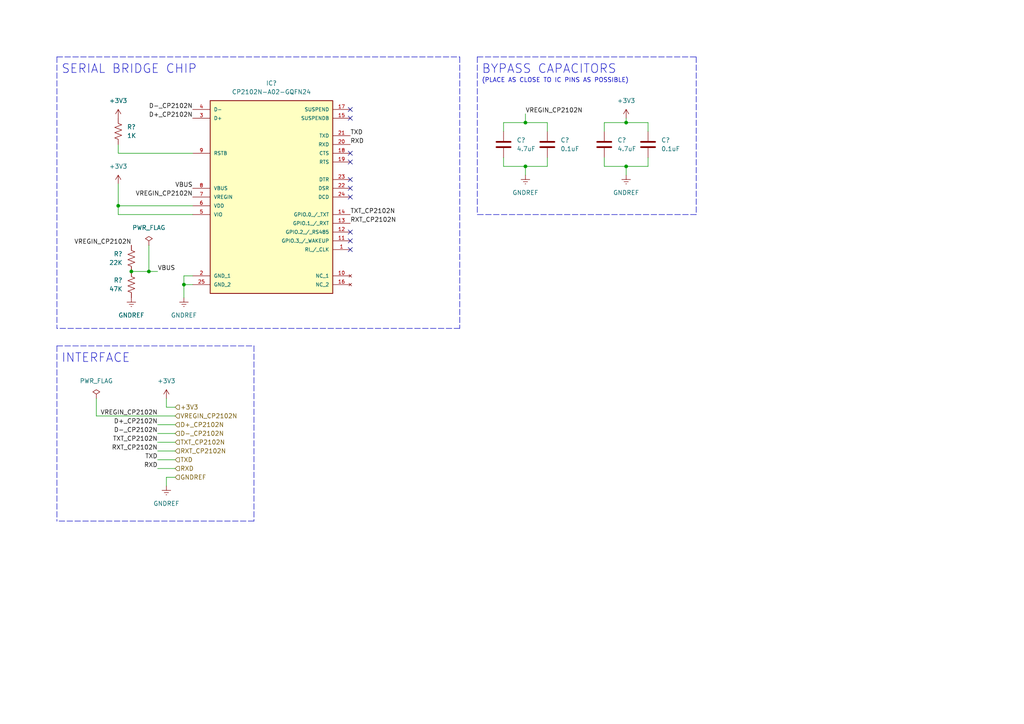
<source format=kicad_sch>
(kicad_sch (version 20211123) (generator eeschema)
  (paper "A4")
  (lib_symbols
    (symbol "CP2102N-A02-GQFN24:CP2102N-A02-GQFN24" (pin_names (offset 1.016))
      (property "Reference" "IC" (at -16.51 30.48 0))
      (property "Value" "CP2102N-A02-GQFN24" (at -16.51 27.94 0))
      (symbol "CP2102N-A02-GQFN24_0_0"
        (rectangle (start -17.78 -30.48) (end 17.78 25.4) (stroke (width 0.254)) (fill (type background)))
        (pin bidirectional line (at 22.86 -17.78 180) (length 5.08) (name "RI_/_CLK") (number "1"))
        (pin no_connect line (at 22.86 -25.4 180) (length 5.08) (name "NC_1") (number "10"))
        (pin bidirectional line (at 22.86 -15.24 180) (length 5.08) (name "GPIO.3_/_WAKEUP") (number "11"))
        (pin bidirectional line (at 22.86 -12.7 180) (length 5.08) (name "GPIO.2_/_RS485") (number "12"))
        (pin bidirectional line (at 22.86 -10.16 180) (length 5.08) (name "GPIO.1_/_RXT") (number "13"))
        (pin bidirectional line (at 22.86 -7.62 180) (length 5.08) (name "GPIO.0_/_TXT") (number "14"))
        (pin output line (at 22.86 20.32 180) (length 5.08) (name "SUSPENDB") (number "15"))
        (pin no_connect line (at 22.86 -27.94 180) (length 5.08) (name "NC_2") (number "16"))
        (pin output line (at 22.86 22.86 180) (length 5.08) (name "SUSPEND") (number "17"))
        (pin bidirectional line (at 22.86 10.16 180) (length 5.08) (name "CTS") (number "18"))
        (pin output line (at 22.86 7.62 180) (length 5.08) (name "RTS") (number "19"))
        (pin power_in line (at -22.86 -25.4 0) (length 5.08) (name "GND_1") (number "2"))
        (pin input line (at 22.86 12.7 180) (length 5.08) (name "RXD") (number "20"))
        (pin output line (at 22.86 15.24 180) (length 5.08) (name "TXD") (number "21"))
        (pin bidirectional line (at 22.86 0 180) (length 5.08) (name "DSR") (number "22"))
        (pin bidirectional line (at 22.86 2.54 180) (length 5.08) (name "DTR") (number "23"))
        (pin bidirectional line (at 22.86 -2.54 180) (length 5.08) (name "DCD") (number "24"))
        (pin power_in line (at -22.86 -27.94 0) (length 5.08) (name "GND_2") (number "25"))
        (pin bidirectional line (at -22.86 20.32 0) (length 5.08) (name "D+") (number "3"))
        (pin bidirectional line (at -22.86 22.86 0) (length 5.08) (name "D-") (number "4"))
        (pin power_in line (at -22.86 -7.62 0) (length 5.08) (name "VIO") (number "5"))
        (pin power_in line (at -22.86 -5.08 0) (length 5.08) (name "VDD") (number "6"))
        (pin power_in line (at -22.86 -2.54 0) (length 5.08) (name "VREGIN") (number "7"))
        (pin power_in line (at -22.86 0 0) (length 5.08) (name "VBUS") (number "8"))
        (pin bidirectional line (at -22.86 10.16 0) (length 5.08) (name "RSTB") (number "9"))
      )
    )
    (symbol "Device:R_US" (pin_numbers hide) (pin_names (offset 0))
      (property "Reference" "R" (at 2.54 0 90))
      (property "Value" "R_US" (at -2.54 0 90))
      (symbol "R_US_0_1"
        (polyline (pts (xy 0 -2.286) (xy 0 -2.54)))
        (polyline (pts (xy 0 2.286) (xy 0 2.54)))
        (polyline (pts (xy 0 -0.762) (xy 1.016 -1.143) (xy 0 -1.524) (xy -1.016 -1.905) (xy 0 -2.286)))
        (polyline (pts (xy 0 0.762) (xy 1.016 0.381) (xy 0 0) (xy -1.016 -0.381) (xy 0 -0.762)))
        (polyline (pts (xy 0 2.286) (xy 1.016 1.905) (xy 0 1.524) (xy -1.016 1.143) (xy 0 0.762)))
      )
      (symbol "R_US_1_1"
        (pin passive line (at 0 3.81 270) (length 1.27) (name "~") (number "1"))
        (pin passive line (at 0 -3.81 90) (length 1.27) (name "~") (number "2"))
      )
    )
    (symbol "ME218_BaseLib:Cap" (pin_numbers hide) (pin_names (offset 0.254))
      (property "Reference" "C" (at 0.635 2.54 0))
      (property "Value" "Cap" (at 0.635 -2.54 0))
      (symbol "Cap_0_1"
        (polyline (pts (xy -2.032 -0.762) (xy 2.032 -0.762)) (stroke (width 0.508)))
        (polyline (pts (xy -2.032 0.762) (xy 2.032 0.762)) (stroke (width 0.508)))
      )
      (symbol "Cap_1_1"
        (pin passive line (at 0 3.81 270) (length 2.794) (name "~") (number "1"))
        (pin passive line (at 0 -3.81 90) (length 2.794) (name "~") (number "2"))
      )
    )
    (symbol "power:+3V3" (power) (pin_names (offset 0))
      (property "Value" "+3V3" (at 0 3.556 0))
      (symbol "+3V3_0_1"
        (polyline (pts (xy -0.762 1.27) (xy 0 2.54)))
        (polyline (pts (xy 0 0) (xy 0 2.54)))
        (polyline (pts (xy 0 2.54) (xy 0.762 1.27)))
      )
      (symbol "+3V3_1_1"
        (pin power_in line (at 0 0 90) (length 0) hide (name "+3V3") (number "1"))
      )
    )
    (symbol "power:GNDREF" (power) (pin_names (offset 0))
      (property "Value" "GNDREF" (at 0 -3.81 0))
      (symbol "GNDREF_0_1"
        (polyline (pts (xy -0.635 -1.905) (xy 0.635 -1.905)))
        (polyline (pts (xy -0.127 -2.54) (xy 0.127 -2.54)))
        (polyline (pts (xy 0 -1.27) (xy 0 0)))
        (polyline (pts (xy 1.27 -1.27) (xy -1.27 -1.27)))
      )
      (symbol "GNDREF_1_1"
        (pin power_in line (at 0 0 270) (length 0) hide (name "GNDREF") (number "1"))
      )
    )
    (symbol "power:PWR_FLAG" (power) (pin_numbers hide) (pin_names (offset 0) hide)
      (property "Value" "PWR_FLAG" (at 0 3.81 0))
      (symbol "PWR_FLAG_0_0"
        (pin power_out line (at 0 0 90) (length 0) (name "pwr") (number "1"))
      )
      (symbol "PWR_FLAG_0_1"
        (polyline (pts (xy 0 0) (xy 0 1.27) (xy -1.016 1.905) (xy 0 2.54) (xy 1.016 1.905) (xy 0 1.27)))
      )
    )
  )
  (junction (at 152.4 48.26))
  (junction (at 43.18 78.74))
  (junction (at 38.1 78.74))
  (junction (at 181.61 35.56))
  (junction (at 53.34 82.55))
  (junction (at 152.4 35.56))
  (junction (at 34.29 59.69))
  (junction (at 181.61 48.26))
  (no_connect (at 101.6 72.39))
  (no_connect (at 101.6 46.99))
  (no_connect (at 101.6 67.31))
  (no_connect (at 101.6 31.75))
  (no_connect (at 101.6 69.85))
  (no_connect (at 101.6 52.07))
  (no_connect (at 101.6 54.61))
  (no_connect (at 101.6 34.29))
  (no_connect (at 101.6 44.45))
  (no_connect (at 101.6 57.15))
  (wire (pts (xy 45.72 133.35) (xy 50.8 133.35)))
  (wire (pts (xy 158.75 38.1) (xy 158.75 35.56)))
  (wire (pts (xy 48.26 140.97) (xy 48.26 138.43)))
  (polyline (pts (xy 73.66 151.13) (xy 16.51 151.13)))
  (polyline (pts (xy 138.43 16.51) (xy 201.93 16.51)))
  (polyline (pts (xy 133.35 16.51) (xy 133.35 95.25)))
  (wire (pts (xy 48.26 138.43) (xy 50.8 138.43)))
  (wire (pts (xy 181.61 35.56) (xy 181.61 34.29)))
  (wire (pts (xy 45.72 130.81) (xy 50.8 130.81)))
  (wire (pts (xy 27.94 120.65) (xy 50.8 120.65)))
  (wire (pts (xy 45.72 125.73) (xy 50.8 125.73)))
  (polyline (pts (xy 16.51 100.33) (xy 73.66 100.33)))
  (wire (pts (xy 158.75 48.26) (xy 152.4 48.26)))
  (wire (pts (xy 187.96 45.72) (xy 187.96 48.26)))
  (polyline (pts (xy 16.51 16.51) (xy 133.35 16.51)))
  (wire (pts (xy 146.05 38.1) (xy 146.05 35.56)))
  (wire (pts (xy 34.29 62.23) (xy 34.29 59.69)))
  (wire (pts (xy 45.72 135.89) (xy 50.8 135.89)))
  (wire (pts (xy 27.94 115.57) (xy 27.94 120.65)))
  (wire (pts (xy 187.96 35.56) (xy 181.61 35.56)))
  (wire (pts (xy 175.26 45.72) (xy 175.26 48.26)))
  (wire (pts (xy 45.72 123.19) (xy 50.8 123.19)))
  (wire (pts (xy 43.18 71.12) (xy 43.18 78.74)))
  (wire (pts (xy 53.34 82.55) (xy 53.34 80.01)))
  (wire (pts (xy 43.18 78.74) (xy 38.1 78.74)))
  (wire (pts (xy 53.34 86.36) (xy 53.34 82.55)))
  (polyline (pts (xy 201.93 62.23) (xy 138.43 62.23)))
  (polyline (pts (xy 73.66 100.33) (xy 73.66 151.13)))
  (wire (pts (xy 55.88 44.45) (xy 34.29 44.45)))
  (polyline (pts (xy 16.51 16.51) (xy 16.51 95.25)))
  (wire (pts (xy 55.88 59.69) (xy 34.29 59.69)))
  (polyline (pts (xy 16.51 100.33) (xy 16.51 151.13)))
  (wire (pts (xy 181.61 48.26) (xy 181.61 50.8)))
  (wire (pts (xy 152.4 48.26) (xy 152.4 50.8)))
  (wire (pts (xy 55.88 62.23) (xy 34.29 62.23)))
  (polyline (pts (xy 138.43 16.51) (xy 138.43 62.23)))
  (wire (pts (xy 53.34 80.01) (xy 55.88 80.01)))
  (wire (pts (xy 146.05 35.56) (xy 152.4 35.56)))
  (wire (pts (xy 34.29 59.69) (xy 34.29 53.34)))
  (wire (pts (xy 34.29 44.45) (xy 34.29 41.91)))
  (wire (pts (xy 175.26 38.1) (xy 175.26 35.56)))
  (wire (pts (xy 175.26 35.56) (xy 181.61 35.56)))
  (wire (pts (xy 146.05 48.26) (xy 152.4 48.26)))
  (wire (pts (xy 48.26 118.11) (xy 50.8 118.11)))
  (polyline (pts (xy 133.35 95.25) (xy 16.51 95.25)))
  (polyline (pts (xy 201.93 16.51) (xy 201.93 62.23)))
  (wire (pts (xy 48.26 115.57) (xy 48.26 118.11)))
  (wire (pts (xy 146.05 45.72) (xy 146.05 48.26)))
  (wire (pts (xy 175.26 48.26) (xy 181.61 48.26)))
  (wire (pts (xy 158.75 35.56) (xy 152.4 35.56)))
  (wire (pts (xy 53.34 82.55) (xy 55.88 82.55)))
  (wire (pts (xy 158.75 45.72) (xy 158.75 48.26)))
  (wire (pts (xy 187.96 38.1) (xy 187.96 35.56)))
  (wire (pts (xy 187.96 48.26) (xy 181.61 48.26)))
  (wire (pts (xy 43.18 78.74) (xy 45.72 78.74)))
  (wire (pts (xy 45.72 128.27) (xy 50.8 128.27)))
  (wire (pts (xy 152.4 35.56) (xy 152.4 33.02)))
  (text "INTERFACE" (at 17.78 105.41 0) (effects (font (size 2.54 2.54)) (justify left bottom)))
  (text "BYPASS CAPACITORS" (at 139.7 21.59 0) (effects (font (size 2.54 2.54)) (justify left bottom)))
  (text "SERIAL BRIDGE CHIP" (at 17.78 21.59 0) (effects (font (size 2.54 2.54)) (justify left bottom)))
  (text "(PLACE AS CLOSE TO IC PINS AS POSSIBLE)" (at 139.7 24.13 0) (effects (font (size 1.27 1.27)) (justify left bottom)))
  (label "VREGIN_CP2102N" (at 55.88 57.15 180))
  (label "D-_CP2102N" (at 45.72 125.73 180))
  (label "RXT_CP2102N" (at 101.6 64.77 0))
  (label "D+_CP2102N" (at 45.72 123.19 180))
  (label "TXT_CP2102N" (at 45.72 128.27 180))
  (label "RXT_CP2102N" (at 45.72 130.81 180))
  (label "RXD" (at 45.72 135.89 180))
  (label "D-_CP2102N" (at 55.88 31.75 180))
  (label "VBUS" (at 45.72 78.74 0))
  (label "VBUS" (at 55.88 54.61 180))
  (label "VREGIN_CP2102N" (at 38.1 71.12 180))
  (label "VREGIN_CP2102N" (at 152.4 33.02 0))
  (label "TXD" (at 45.72 133.35 180))
  (label "TXT_CP2102N" (at 101.6 62.23 0))
  (label "RXD" (at 101.6 41.91 0))
  (label "VREGIN_CP2102N" (at 45.72 120.65 180))
  (label "TXD" (at 101.6 39.37 0))
  (label "D+_CP2102N" (at 55.88 34.29 180))
  (hierarchical_label "D+_CP2102N" (shape input) (at 50.8 123.19 0))
  (hierarchical_label "TXT_CP2102N" (shape input) (at 50.8 128.27 0))
  (hierarchical_label "RXD" (shape input) (at 50.8 135.89 0))
  (hierarchical_label "D-_CP2102N" (shape input) (at 50.8 125.73 0))
  (hierarchical_label "VREGIN_CP2102N" (shape input) (at 50.8 120.65 0))
  (hierarchical_label "GNDREF" (shape input) (at 50.8 138.43 0))
  (hierarchical_label "+3V3" (shape input) (at 50.8 118.11 0))
  (hierarchical_label "TXD" (shape input) (at 50.8 133.35 0))
  (hierarchical_label "RXT_CP2102N" (shape input) (at 50.8 130.81 0))
  (symbol (lib_id "power:PWR_FLAG") (at 27.94 115.57 0) (unit 1)
    (property "Reference" "#FLG0102" (effects hide))
    (property "Value" "PWR_FLAG" (at 27.94 110.49 0))
  )
  (symbol (lib_id "power:PWR_FLAG") (at 43.18 71.12 0) (unit 1)
    (property "Reference" "#FLG0104" (effects hide))
    (property "Value" "PWR_FLAG" (at 43.18 66.04 0))
  )
  (symbol (lib_id "power:GNDREF") (at 38.1 86.36 0) (unit 1)
    (property "Reference" "#PWR?" (effects hide))
    (property "Value" "GNDREF" (at 38.1 91.44 0))
  )
  (symbol (lib_id "power:+3V3") (at 34.29 53.34 0) (unit 1)
    (property "Reference" "#PWR?" (effects hide))
    (property "Value" "+3V3" (at 34.29 48.26 0))
  )
  (symbol (lib_id "Device:R_US") (at 34.29 38.1 0) (unit 1)
    (property "Reference" "R?" (at 36.83 36.8299 0) (effects (justify left)))
    (property "Value" "1K" (at 36.83 39.3699 0) (effects (justify left)))
    (property "Footprint" "Resistor_SMD:R_1206_3216Metric" (effects hide))
  )
  (symbol (lib_id "ME218_BaseLib:Cap") (at 187.96 41.91 0) (unit 1)
    (property "Reference" "C?" (at 191.77 40.6399 0) (effects (justify left)))
    (property "Value" "0.1uF" (at 191.77 43.1799 0) (effects (justify left)))
    (property "Footprint" "Capacitor_SMD:C_1206_3216Metric" (effects hide))
  )
  (symbol (lib_id "power:+3V3") (at 34.29 34.29 0) (unit 1)
    (property "Reference" "#PWR?" (effects hide))
    (property "Value" "+3V3" (at 34.29 29.21 0))
  )
  (symbol (lib_id "power:GNDREF") (at 53.34 86.36 0) (unit 1)
    (property "Reference" "#PWR?" (effects hide))
    (property "Value" "GNDREF" (at 53.34 91.44 0))
  )
  (symbol (lib_id "ME218_BaseLib:Cap") (at 146.05 41.91 0) (unit 1)
    (property "Reference" "C?" (at 149.86 40.6399 0) (effects (justify left)))
    (property "Value" "4.7uF" (at 149.86 43.1799 0) (effects (justify left)))
    (property "Footprint" "Capacitor_SMD:C_1206_3216Metric" (effects hide))
  )
  (symbol (lib_id "ME218_BaseLib:Cap") (at 158.75 41.91 0) (unit 1)
    (property "Reference" "C?" (at 162.56 40.6399 0) (effects (justify left)))
    (property "Value" "0.1uF" (at 162.56 43.1799 0) (effects (justify left)))
    (property "Footprint" "Capacitor_SMD:C_1206_3216Metric" (effects hide))
  )
  (symbol (lib_id "power:GNDREF") (at 181.61 50.8 0) (unit 1)
    (property "Reference" "#PWR?" (effects hide))
    (property "Value" "GNDREF" (at 181.61 55.88 0))
  )
  (symbol (lib_id "power:+3V3") (at 181.61 34.29 0) (unit 1)
    (property "Reference" "#PWR?" (effects hide))
    (property "Value" "+3V3" (at 181.61 29.21 0))
  )
  (symbol (lib_id "power:GNDREF") (at 48.26 140.97 0) (unit 1)
    (property "Reference" "#PWR?" (effects hide))
    (property "Value" "GNDREF" (at 48.26 146.05 0))
  )
  (symbol (lib_id "Device:R_US") (at 38.1 82.55 0) (unit 1)
    (property "Reference" "R?" (at 35.56 81.28 0) (effects (justify right)))
    (property "Value" "47K" (at 35.56 83.82 0) (effects (justify right)))
    (property "Footprint" "Resistor_SMD:R_1206_3216Metric" (effects hide))
  )
  (symbol (lib_id "power:GNDREF") (at 152.4 50.8 0) (unit 1)
    (property "Reference" "#PWR?" (effects hide))
    (property "Value" "GNDREF" (at 152.4 55.88 0))
  )
  (symbol (lib_id "Device:R_US") (at 38.1 74.93 0) (unit 1)
    (property "Reference" "R?" (at 35.56 73.66 0) (effects (justify right)))
    (property "Value" "22K" (at 35.56 76.2 0) (effects (justify right)))
    (property "Footprint" "Resistor_SMD:R_1206_3216Metric" (effects hide))
  )
  (symbol (lib_id "ME218_BaseLib:Cap") (at 175.26 41.91 0) (unit 1)
    (property "Reference" "C?" (at 179.07 40.6399 0) (effects (justify left)))
    (property "Value" "4.7uF" (at 179.07 43.1799 0) (effects (justify left)))
    (property "Footprint" "Capacitor_SMD:C_1206_3216Metric" (effects hide))
  )
  (symbol (lib_id "CP2102N-A02-GQFN24:CP2102N-A02-GQFN24") (at 78.74 54.61 0) (unit 1)
    (property "Reference" "IC?" (at 78.74 24.13 0))
    (property "Value" "CP2102N-A02-GQFN24" (at 78.74 26.67 0))
    (property "Footprint" "QFN50P400X400X80-25N" (effects hide))
    (property "ARROW_PRICE-STOCK" "https://www.arrow.com/en/products/cp2102n-a02-gqfn24/silicon-labs" (effects hide))
    (property "MOUSER_PART_NUMBER" "634-CP2102NA02GQFN24" (effects hide))
    (property "MANUFACTURER_PART_NUMBER" "CP2102N-A02-GQFN24" (effects hide))
    (property "DESCRIPTION" "USB Interface IC USB to UART bridge - QFN24" (effects hide))
    (property "ARROW_PART_NUMBER" "CP2102N-A02-GQFN24" (effects hide))
    (property "HEIGHT" "0.8mm" (effects hide))
    (property "MOUSER_PRICE-STOCK" "https://www.mouser.co.uk/ProductDetail/Silicon-Labs/CP2102N-A02-GQFN24?qs=u16ybLDytRYKabtL%2FE7DZA%3D%3D" (effects hide))
    (property "MANUFACTURER_NAME" "Silicon Labs" (effects hide))
  )
  (symbol (lib_id "power:+3V3") (at 48.26 115.57 0) (unit 1)
    (property "Reference" "#PWR?" (effects hide))
    (property "Value" "+3V3" (at 48.26 110.49 0))
  )
)
</source>
